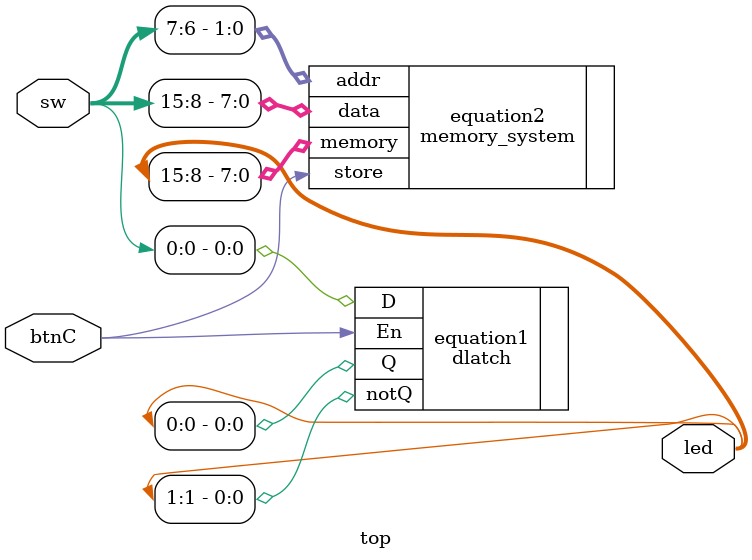
<source format=v>
module top(
    input [15:0] sw,
    input btnC,
    output [15:0] led
    );
    
    dlatch equation1(
        .D(sw[0]),
        .En(btnC),
        .Q(led[0]),
        .notQ(led[1])
     );
    
    memory_system equation2(
        .data(sw[15:8]),
        .addr(sw[7:6]),
        .store(btnC),
        .memory(led[15:8])
   );
    
endmodule

</source>
